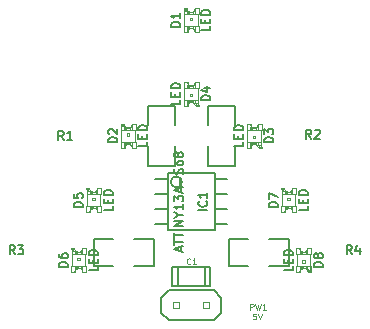
<source format=gto>
G04 #@! TF.FileFunction,Legend,Top*
%FSLAX46Y46*%
G04 Gerber Fmt 4.6, Leading zero omitted, Abs format (unit mm)*
G04 Created by KiCad (PCBNEW 4.0.1-stable) date 27/05/2016 22:17:39*
%MOMM*%
G01*
G04 APERTURE LIST*
%ADD10C,0.150000*%
%ADD11C,0.066040*%
%ADD12C,0.152400*%
%ADD13C,0.127000*%
%ADD14C,0.101600*%
%ADD15C,0.050800*%
%ADD16C,0.110000*%
%ADD17C,0.119380*%
%ADD18C,0.149860*%
G04 APERTURE END LIST*
D10*
D11*
X318008000Y-199453500D02*
X318008000Y-198945500D01*
X318008000Y-198945500D02*
X317500000Y-198945500D01*
X317500000Y-199453500D02*
X317500000Y-198945500D01*
X318008000Y-199453500D02*
X317500000Y-199453500D01*
X315468000Y-199453500D02*
X315468000Y-198945500D01*
X315468000Y-198945500D02*
X314960000Y-198945500D01*
X314960000Y-199453500D02*
X314960000Y-198945500D01*
X315468000Y-199453500D02*
X314960000Y-199453500D01*
D12*
X318389000Y-200469500D02*
X319024000Y-199834500D01*
X319024000Y-198564500D02*
X318389000Y-197929500D01*
X318389000Y-200469500D02*
X314579000Y-200469500D01*
X314579000Y-200469500D02*
X313944000Y-199834500D01*
X313944000Y-199834500D02*
X313944000Y-198564500D01*
X313944000Y-198564500D02*
X314579000Y-197929500D01*
X314579000Y-197929500D02*
X318389000Y-197929500D01*
X319024000Y-199834500D02*
X319024000Y-198564500D01*
D13*
X317881000Y-187388500D02*
X320167000Y-187388500D01*
X320167000Y-187388500D02*
X320167000Y-185737500D01*
X317881000Y-183959500D02*
X317881000Y-182308500D01*
X317881000Y-182308500D02*
X320167000Y-182308500D01*
X320167000Y-182308500D02*
X320167000Y-183959500D01*
X317881000Y-185737500D02*
X317881000Y-187388500D01*
X319659000Y-193611500D02*
X319659000Y-195897500D01*
X319659000Y-195897500D02*
X321310000Y-195897500D01*
X323088000Y-193611500D02*
X324739000Y-193611500D01*
X324739000Y-193611500D02*
X324739000Y-195897500D01*
X324739000Y-195897500D02*
X323088000Y-195897500D01*
X321310000Y-193611500D02*
X319659000Y-193611500D01*
X315087000Y-182308500D02*
X312801000Y-182308500D01*
X312801000Y-182308500D02*
X312801000Y-183959500D01*
X315087000Y-185737500D02*
X315087000Y-187388500D01*
X315087000Y-187388500D02*
X312801000Y-187388500D01*
X312801000Y-187388500D02*
X312801000Y-185737500D01*
X315087000Y-183959500D02*
X315087000Y-182308500D01*
X313309000Y-195897500D02*
X313309000Y-193611500D01*
X313309000Y-193611500D02*
X311658000Y-193611500D01*
X309880000Y-195897500D02*
X308229000Y-195897500D01*
X308229000Y-195897500D02*
X308229000Y-193611500D01*
X308229000Y-193611500D02*
X309880000Y-193611500D01*
X311658000Y-195897500D02*
X313309000Y-195897500D01*
X317627000Y-197599300D02*
X317627000Y-195973700D01*
X315341000Y-195973700D02*
X315341000Y-197599300D01*
X314883800Y-195973700D02*
X314883800Y-197599300D01*
X314883800Y-197599300D02*
X318084200Y-197599300D01*
X318084200Y-197599300D02*
X318084200Y-195973700D01*
X318084200Y-195973700D02*
X314883800Y-195973700D01*
D11*
X316783720Y-174571660D02*
X317108840Y-174571660D01*
X317108840Y-174571660D02*
X317108840Y-174071280D01*
X316783720Y-174071280D02*
X317108840Y-174071280D01*
X316783720Y-174571660D02*
X316783720Y-174071280D01*
X316161420Y-174571660D02*
X316311280Y-174571660D01*
X316311280Y-174571660D02*
X316311280Y-174320200D01*
X316161420Y-174320200D02*
X316311280Y-174320200D01*
X316161420Y-174571660D02*
X316161420Y-174320200D01*
X316656720Y-174571660D02*
X316806580Y-174571660D01*
X316806580Y-174571660D02*
X316806580Y-174320200D01*
X316656720Y-174320200D02*
X316806580Y-174320200D01*
X316656720Y-174571660D02*
X316656720Y-174320200D01*
X316285880Y-174571660D02*
X316682120Y-174571660D01*
X316682120Y-174571660D02*
X316682120Y-174396400D01*
X316285880Y-174396400D02*
X316682120Y-174396400D01*
X316285880Y-174571660D02*
X316285880Y-174396400D01*
X316783720Y-176067720D02*
X317108840Y-176067720D01*
X317108840Y-176067720D02*
X317108840Y-175567340D01*
X316783720Y-175567340D02*
X317108840Y-175567340D01*
X316783720Y-176067720D02*
X316783720Y-175567340D01*
X315859160Y-176067720D02*
X316184280Y-176067720D01*
X316184280Y-176067720D02*
X316184280Y-175567340D01*
X315859160Y-175567340D02*
X316184280Y-175567340D01*
X315859160Y-176067720D02*
X315859160Y-175567340D01*
X316656720Y-175818800D02*
X316806580Y-175818800D01*
X316806580Y-175818800D02*
X316806580Y-175567340D01*
X316656720Y-175567340D02*
X316806580Y-175567340D01*
X316656720Y-175818800D02*
X316656720Y-175567340D01*
X316161420Y-175818800D02*
X316311280Y-175818800D01*
X316311280Y-175818800D02*
X316311280Y-175567340D01*
X316161420Y-175567340D02*
X316311280Y-175567340D01*
X316161420Y-175818800D02*
X316161420Y-175567340D01*
X316285880Y-175742600D02*
X316682120Y-175742600D01*
X316682120Y-175742600D02*
X316682120Y-175567340D01*
X316285880Y-175567340D02*
X316682120Y-175567340D01*
X316285880Y-175742600D02*
X316285880Y-175567340D01*
X316384940Y-175069500D02*
X316583060Y-175069500D01*
X316583060Y-175069500D02*
X316583060Y-174871380D01*
X316384940Y-174871380D02*
X316583060Y-174871380D01*
X316384940Y-175069500D02*
X316384940Y-174871380D01*
X315884560Y-174571660D02*
X316184280Y-174571660D01*
X316184280Y-174571660D02*
X316184280Y-174271940D01*
X315884560Y-174271940D02*
X316184280Y-174271940D01*
X315884560Y-174571660D02*
X315884560Y-174271940D01*
X315859160Y-174144940D02*
X316085220Y-174144940D01*
X316085220Y-174144940D02*
X316085220Y-174071280D01*
X315859160Y-174071280D02*
X316085220Y-174071280D01*
X315859160Y-174144940D02*
X315859160Y-174071280D01*
D14*
X317058040Y-174546260D02*
X317058040Y-175592740D01*
X315909960Y-175567340D02*
X315909960Y-174144940D01*
D15*
X316106262Y-174221140D02*
G75*
G03X316106262Y-174221140I-71842J0D01*
G01*
D14*
X316136020Y-174071280D02*
G75*
G03X316831980Y-174071280I347980J0D01*
G01*
X316831980Y-176067720D02*
G75*
G03X316136020Y-176067720I-347980J0D01*
G01*
D11*
X311449720Y-184350660D02*
X311774840Y-184350660D01*
X311774840Y-184350660D02*
X311774840Y-183850280D01*
X311449720Y-183850280D02*
X311774840Y-183850280D01*
X311449720Y-184350660D02*
X311449720Y-183850280D01*
X310827420Y-184350660D02*
X310977280Y-184350660D01*
X310977280Y-184350660D02*
X310977280Y-184099200D01*
X310827420Y-184099200D02*
X310977280Y-184099200D01*
X310827420Y-184350660D02*
X310827420Y-184099200D01*
X311322720Y-184350660D02*
X311472580Y-184350660D01*
X311472580Y-184350660D02*
X311472580Y-184099200D01*
X311322720Y-184099200D02*
X311472580Y-184099200D01*
X311322720Y-184350660D02*
X311322720Y-184099200D01*
X310951880Y-184350660D02*
X311348120Y-184350660D01*
X311348120Y-184350660D02*
X311348120Y-184175400D01*
X310951880Y-184175400D02*
X311348120Y-184175400D01*
X310951880Y-184350660D02*
X310951880Y-184175400D01*
X311449720Y-185846720D02*
X311774840Y-185846720D01*
X311774840Y-185846720D02*
X311774840Y-185346340D01*
X311449720Y-185346340D02*
X311774840Y-185346340D01*
X311449720Y-185846720D02*
X311449720Y-185346340D01*
X310525160Y-185846720D02*
X310850280Y-185846720D01*
X310850280Y-185846720D02*
X310850280Y-185346340D01*
X310525160Y-185346340D02*
X310850280Y-185346340D01*
X310525160Y-185846720D02*
X310525160Y-185346340D01*
X311322720Y-185597800D02*
X311472580Y-185597800D01*
X311472580Y-185597800D02*
X311472580Y-185346340D01*
X311322720Y-185346340D02*
X311472580Y-185346340D01*
X311322720Y-185597800D02*
X311322720Y-185346340D01*
X310827420Y-185597800D02*
X310977280Y-185597800D01*
X310977280Y-185597800D02*
X310977280Y-185346340D01*
X310827420Y-185346340D02*
X310977280Y-185346340D01*
X310827420Y-185597800D02*
X310827420Y-185346340D01*
X310951880Y-185521600D02*
X311348120Y-185521600D01*
X311348120Y-185521600D02*
X311348120Y-185346340D01*
X310951880Y-185346340D02*
X311348120Y-185346340D01*
X310951880Y-185521600D02*
X310951880Y-185346340D01*
X311050940Y-184848500D02*
X311249060Y-184848500D01*
X311249060Y-184848500D02*
X311249060Y-184650380D01*
X311050940Y-184650380D02*
X311249060Y-184650380D01*
X311050940Y-184848500D02*
X311050940Y-184650380D01*
X310550560Y-184350660D02*
X310850280Y-184350660D01*
X310850280Y-184350660D02*
X310850280Y-184050940D01*
X310550560Y-184050940D02*
X310850280Y-184050940D01*
X310550560Y-184350660D02*
X310550560Y-184050940D01*
X310525160Y-183923940D02*
X310751220Y-183923940D01*
X310751220Y-183923940D02*
X310751220Y-183850280D01*
X310525160Y-183850280D02*
X310751220Y-183850280D01*
X310525160Y-183923940D02*
X310525160Y-183850280D01*
D14*
X311724040Y-184325260D02*
X311724040Y-185371740D01*
X310575960Y-185346340D02*
X310575960Y-183923940D01*
D15*
X310772262Y-184000140D02*
G75*
G03X310772262Y-184000140I-71842J0D01*
G01*
D14*
X310802020Y-183850280D02*
G75*
G03X311497980Y-183850280I347980J0D01*
G01*
X311497980Y-185846720D02*
G75*
G03X310802020Y-185846720I-347980J0D01*
G01*
D11*
X321518280Y-185346340D02*
X321193160Y-185346340D01*
X321193160Y-185346340D02*
X321193160Y-185846720D01*
X321518280Y-185846720D02*
X321193160Y-185846720D01*
X321518280Y-185346340D02*
X321518280Y-185846720D01*
X322140580Y-185346340D02*
X321990720Y-185346340D01*
X321990720Y-185346340D02*
X321990720Y-185597800D01*
X322140580Y-185597800D02*
X321990720Y-185597800D01*
X322140580Y-185346340D02*
X322140580Y-185597800D01*
X321645280Y-185346340D02*
X321495420Y-185346340D01*
X321495420Y-185346340D02*
X321495420Y-185597800D01*
X321645280Y-185597800D02*
X321495420Y-185597800D01*
X321645280Y-185346340D02*
X321645280Y-185597800D01*
X322016120Y-185346340D02*
X321619880Y-185346340D01*
X321619880Y-185346340D02*
X321619880Y-185521600D01*
X322016120Y-185521600D02*
X321619880Y-185521600D01*
X322016120Y-185346340D02*
X322016120Y-185521600D01*
X321518280Y-183850280D02*
X321193160Y-183850280D01*
X321193160Y-183850280D02*
X321193160Y-184350660D01*
X321518280Y-184350660D02*
X321193160Y-184350660D01*
X321518280Y-183850280D02*
X321518280Y-184350660D01*
X322442840Y-183850280D02*
X322117720Y-183850280D01*
X322117720Y-183850280D02*
X322117720Y-184350660D01*
X322442840Y-184350660D02*
X322117720Y-184350660D01*
X322442840Y-183850280D02*
X322442840Y-184350660D01*
X321645280Y-184099200D02*
X321495420Y-184099200D01*
X321495420Y-184099200D02*
X321495420Y-184350660D01*
X321645280Y-184350660D02*
X321495420Y-184350660D01*
X321645280Y-184099200D02*
X321645280Y-184350660D01*
X322140580Y-184099200D02*
X321990720Y-184099200D01*
X321990720Y-184099200D02*
X321990720Y-184350660D01*
X322140580Y-184350660D02*
X321990720Y-184350660D01*
X322140580Y-184099200D02*
X322140580Y-184350660D01*
X322016120Y-184175400D02*
X321619880Y-184175400D01*
X321619880Y-184175400D02*
X321619880Y-184350660D01*
X322016120Y-184350660D02*
X321619880Y-184350660D01*
X322016120Y-184175400D02*
X322016120Y-184350660D01*
X321917060Y-184848500D02*
X321718940Y-184848500D01*
X321718940Y-184848500D02*
X321718940Y-185046620D01*
X321917060Y-185046620D02*
X321718940Y-185046620D01*
X321917060Y-184848500D02*
X321917060Y-185046620D01*
X322417440Y-185346340D02*
X322117720Y-185346340D01*
X322117720Y-185346340D02*
X322117720Y-185646060D01*
X322417440Y-185646060D02*
X322117720Y-185646060D01*
X322417440Y-185346340D02*
X322417440Y-185646060D01*
X322442840Y-185773060D02*
X322216780Y-185773060D01*
X322216780Y-185773060D02*
X322216780Y-185846720D01*
X322442840Y-185846720D02*
X322216780Y-185846720D01*
X322442840Y-185773060D02*
X322442840Y-185846720D01*
D14*
X321243960Y-185371740D02*
X321243960Y-184325260D01*
X322392040Y-184350660D02*
X322392040Y-185773060D01*
D15*
X322339422Y-185696860D02*
G75*
G03X322339422Y-185696860I-71842J0D01*
G01*
D14*
X322165980Y-185846720D02*
G75*
G03X321470020Y-185846720I-347980J0D01*
G01*
X321470020Y-183850280D02*
G75*
G03X322165980Y-183850280I347980J0D01*
G01*
D11*
X316184280Y-181790340D02*
X315859160Y-181790340D01*
X315859160Y-181790340D02*
X315859160Y-182290720D01*
X316184280Y-182290720D02*
X315859160Y-182290720D01*
X316184280Y-181790340D02*
X316184280Y-182290720D01*
X316806580Y-181790340D02*
X316656720Y-181790340D01*
X316656720Y-181790340D02*
X316656720Y-182041800D01*
X316806580Y-182041800D02*
X316656720Y-182041800D01*
X316806580Y-181790340D02*
X316806580Y-182041800D01*
X316311280Y-181790340D02*
X316161420Y-181790340D01*
X316161420Y-181790340D02*
X316161420Y-182041800D01*
X316311280Y-182041800D02*
X316161420Y-182041800D01*
X316311280Y-181790340D02*
X316311280Y-182041800D01*
X316682120Y-181790340D02*
X316285880Y-181790340D01*
X316285880Y-181790340D02*
X316285880Y-181965600D01*
X316682120Y-181965600D02*
X316285880Y-181965600D01*
X316682120Y-181790340D02*
X316682120Y-181965600D01*
X316184280Y-180294280D02*
X315859160Y-180294280D01*
X315859160Y-180294280D02*
X315859160Y-180794660D01*
X316184280Y-180794660D02*
X315859160Y-180794660D01*
X316184280Y-180294280D02*
X316184280Y-180794660D01*
X317108840Y-180294280D02*
X316783720Y-180294280D01*
X316783720Y-180294280D02*
X316783720Y-180794660D01*
X317108840Y-180794660D02*
X316783720Y-180794660D01*
X317108840Y-180294280D02*
X317108840Y-180794660D01*
X316311280Y-180543200D02*
X316161420Y-180543200D01*
X316161420Y-180543200D02*
X316161420Y-180794660D01*
X316311280Y-180794660D02*
X316161420Y-180794660D01*
X316311280Y-180543200D02*
X316311280Y-180794660D01*
X316806580Y-180543200D02*
X316656720Y-180543200D01*
X316656720Y-180543200D02*
X316656720Y-180794660D01*
X316806580Y-180794660D02*
X316656720Y-180794660D01*
X316806580Y-180543200D02*
X316806580Y-180794660D01*
X316682120Y-180619400D02*
X316285880Y-180619400D01*
X316285880Y-180619400D02*
X316285880Y-180794660D01*
X316682120Y-180794660D02*
X316285880Y-180794660D01*
X316682120Y-180619400D02*
X316682120Y-180794660D01*
X316583060Y-181292500D02*
X316384940Y-181292500D01*
X316384940Y-181292500D02*
X316384940Y-181490620D01*
X316583060Y-181490620D02*
X316384940Y-181490620D01*
X316583060Y-181292500D02*
X316583060Y-181490620D01*
X317083440Y-181790340D02*
X316783720Y-181790340D01*
X316783720Y-181790340D02*
X316783720Y-182090060D01*
X317083440Y-182090060D02*
X316783720Y-182090060D01*
X317083440Y-181790340D02*
X317083440Y-182090060D01*
X317108840Y-182217060D02*
X316882780Y-182217060D01*
X316882780Y-182217060D02*
X316882780Y-182290720D01*
X317108840Y-182290720D02*
X316882780Y-182290720D01*
X317108840Y-182217060D02*
X317108840Y-182290720D01*
D14*
X315909960Y-181815740D02*
X315909960Y-180769260D01*
X317058040Y-180794660D02*
X317058040Y-182217060D01*
D15*
X317005422Y-182140860D02*
G75*
G03X317005422Y-182140860I-71842J0D01*
G01*
D14*
X316831980Y-182290720D02*
G75*
G03X316136020Y-182290720I-347980J0D01*
G01*
X316136020Y-180294280D02*
G75*
G03X316831980Y-180294280I347980J0D01*
G01*
D11*
X308528720Y-189811660D02*
X308853840Y-189811660D01*
X308853840Y-189811660D02*
X308853840Y-189311280D01*
X308528720Y-189311280D02*
X308853840Y-189311280D01*
X308528720Y-189811660D02*
X308528720Y-189311280D01*
X307906420Y-189811660D02*
X308056280Y-189811660D01*
X308056280Y-189811660D02*
X308056280Y-189560200D01*
X307906420Y-189560200D02*
X308056280Y-189560200D01*
X307906420Y-189811660D02*
X307906420Y-189560200D01*
X308401720Y-189811660D02*
X308551580Y-189811660D01*
X308551580Y-189811660D02*
X308551580Y-189560200D01*
X308401720Y-189560200D02*
X308551580Y-189560200D01*
X308401720Y-189811660D02*
X308401720Y-189560200D01*
X308030880Y-189811660D02*
X308427120Y-189811660D01*
X308427120Y-189811660D02*
X308427120Y-189636400D01*
X308030880Y-189636400D02*
X308427120Y-189636400D01*
X308030880Y-189811660D02*
X308030880Y-189636400D01*
X308528720Y-191307720D02*
X308853840Y-191307720D01*
X308853840Y-191307720D02*
X308853840Y-190807340D01*
X308528720Y-190807340D02*
X308853840Y-190807340D01*
X308528720Y-191307720D02*
X308528720Y-190807340D01*
X307604160Y-191307720D02*
X307929280Y-191307720D01*
X307929280Y-191307720D02*
X307929280Y-190807340D01*
X307604160Y-190807340D02*
X307929280Y-190807340D01*
X307604160Y-191307720D02*
X307604160Y-190807340D01*
X308401720Y-191058800D02*
X308551580Y-191058800D01*
X308551580Y-191058800D02*
X308551580Y-190807340D01*
X308401720Y-190807340D02*
X308551580Y-190807340D01*
X308401720Y-191058800D02*
X308401720Y-190807340D01*
X307906420Y-191058800D02*
X308056280Y-191058800D01*
X308056280Y-191058800D02*
X308056280Y-190807340D01*
X307906420Y-190807340D02*
X308056280Y-190807340D01*
X307906420Y-191058800D02*
X307906420Y-190807340D01*
X308030880Y-190982600D02*
X308427120Y-190982600D01*
X308427120Y-190982600D02*
X308427120Y-190807340D01*
X308030880Y-190807340D02*
X308427120Y-190807340D01*
X308030880Y-190982600D02*
X308030880Y-190807340D01*
X308129940Y-190309500D02*
X308328060Y-190309500D01*
X308328060Y-190309500D02*
X308328060Y-190111380D01*
X308129940Y-190111380D02*
X308328060Y-190111380D01*
X308129940Y-190309500D02*
X308129940Y-190111380D01*
X307629560Y-189811660D02*
X307929280Y-189811660D01*
X307929280Y-189811660D02*
X307929280Y-189511940D01*
X307629560Y-189511940D02*
X307929280Y-189511940D01*
X307629560Y-189811660D02*
X307629560Y-189511940D01*
X307604160Y-189384940D02*
X307830220Y-189384940D01*
X307830220Y-189384940D02*
X307830220Y-189311280D01*
X307604160Y-189311280D02*
X307830220Y-189311280D01*
X307604160Y-189384940D02*
X307604160Y-189311280D01*
D14*
X308803040Y-189786260D02*
X308803040Y-190832740D01*
X307654960Y-190807340D02*
X307654960Y-189384940D01*
D15*
X307851262Y-189461140D02*
G75*
G03X307851262Y-189461140I-71842J0D01*
G01*
D14*
X307881020Y-189311280D02*
G75*
G03X308576980Y-189311280I347980J0D01*
G01*
X308576980Y-191307720D02*
G75*
G03X307881020Y-191307720I-347980J0D01*
G01*
D11*
X307258720Y-194891660D02*
X307583840Y-194891660D01*
X307583840Y-194891660D02*
X307583840Y-194391280D01*
X307258720Y-194391280D02*
X307583840Y-194391280D01*
X307258720Y-194891660D02*
X307258720Y-194391280D01*
X306636420Y-194891660D02*
X306786280Y-194891660D01*
X306786280Y-194891660D02*
X306786280Y-194640200D01*
X306636420Y-194640200D02*
X306786280Y-194640200D01*
X306636420Y-194891660D02*
X306636420Y-194640200D01*
X307131720Y-194891660D02*
X307281580Y-194891660D01*
X307281580Y-194891660D02*
X307281580Y-194640200D01*
X307131720Y-194640200D02*
X307281580Y-194640200D01*
X307131720Y-194891660D02*
X307131720Y-194640200D01*
X306760880Y-194891660D02*
X307157120Y-194891660D01*
X307157120Y-194891660D02*
X307157120Y-194716400D01*
X306760880Y-194716400D02*
X307157120Y-194716400D01*
X306760880Y-194891660D02*
X306760880Y-194716400D01*
X307258720Y-196387720D02*
X307583840Y-196387720D01*
X307583840Y-196387720D02*
X307583840Y-195887340D01*
X307258720Y-195887340D02*
X307583840Y-195887340D01*
X307258720Y-196387720D02*
X307258720Y-195887340D01*
X306334160Y-196387720D02*
X306659280Y-196387720D01*
X306659280Y-196387720D02*
X306659280Y-195887340D01*
X306334160Y-195887340D02*
X306659280Y-195887340D01*
X306334160Y-196387720D02*
X306334160Y-195887340D01*
X307131720Y-196138800D02*
X307281580Y-196138800D01*
X307281580Y-196138800D02*
X307281580Y-195887340D01*
X307131720Y-195887340D02*
X307281580Y-195887340D01*
X307131720Y-196138800D02*
X307131720Y-195887340D01*
X306636420Y-196138800D02*
X306786280Y-196138800D01*
X306786280Y-196138800D02*
X306786280Y-195887340D01*
X306636420Y-195887340D02*
X306786280Y-195887340D01*
X306636420Y-196138800D02*
X306636420Y-195887340D01*
X306760880Y-196062600D02*
X307157120Y-196062600D01*
X307157120Y-196062600D02*
X307157120Y-195887340D01*
X306760880Y-195887340D02*
X307157120Y-195887340D01*
X306760880Y-196062600D02*
X306760880Y-195887340D01*
X306859940Y-195389500D02*
X307058060Y-195389500D01*
X307058060Y-195389500D02*
X307058060Y-195191380D01*
X306859940Y-195191380D02*
X307058060Y-195191380D01*
X306859940Y-195389500D02*
X306859940Y-195191380D01*
X306359560Y-194891660D02*
X306659280Y-194891660D01*
X306659280Y-194891660D02*
X306659280Y-194591940D01*
X306359560Y-194591940D02*
X306659280Y-194591940D01*
X306359560Y-194891660D02*
X306359560Y-194591940D01*
X306334160Y-194464940D02*
X306560220Y-194464940D01*
X306560220Y-194464940D02*
X306560220Y-194391280D01*
X306334160Y-194391280D02*
X306560220Y-194391280D01*
X306334160Y-194464940D02*
X306334160Y-194391280D01*
D14*
X307533040Y-194866260D02*
X307533040Y-195912740D01*
X306384960Y-195887340D02*
X306384960Y-194464940D01*
D15*
X306581262Y-194541140D02*
G75*
G03X306581262Y-194541140I-71842J0D01*
G01*
D14*
X306611020Y-194391280D02*
G75*
G03X307306980Y-194391280I347980J0D01*
G01*
X307306980Y-196387720D02*
G75*
G03X306611020Y-196387720I-347980J0D01*
G01*
D11*
X325038720Y-189811660D02*
X325363840Y-189811660D01*
X325363840Y-189811660D02*
X325363840Y-189311280D01*
X325038720Y-189311280D02*
X325363840Y-189311280D01*
X325038720Y-189811660D02*
X325038720Y-189311280D01*
X324416420Y-189811660D02*
X324566280Y-189811660D01*
X324566280Y-189811660D02*
X324566280Y-189560200D01*
X324416420Y-189560200D02*
X324566280Y-189560200D01*
X324416420Y-189811660D02*
X324416420Y-189560200D01*
X324911720Y-189811660D02*
X325061580Y-189811660D01*
X325061580Y-189811660D02*
X325061580Y-189560200D01*
X324911720Y-189560200D02*
X325061580Y-189560200D01*
X324911720Y-189811660D02*
X324911720Y-189560200D01*
X324540880Y-189811660D02*
X324937120Y-189811660D01*
X324937120Y-189811660D02*
X324937120Y-189636400D01*
X324540880Y-189636400D02*
X324937120Y-189636400D01*
X324540880Y-189811660D02*
X324540880Y-189636400D01*
X325038720Y-191307720D02*
X325363840Y-191307720D01*
X325363840Y-191307720D02*
X325363840Y-190807340D01*
X325038720Y-190807340D02*
X325363840Y-190807340D01*
X325038720Y-191307720D02*
X325038720Y-190807340D01*
X324114160Y-191307720D02*
X324439280Y-191307720D01*
X324439280Y-191307720D02*
X324439280Y-190807340D01*
X324114160Y-190807340D02*
X324439280Y-190807340D01*
X324114160Y-191307720D02*
X324114160Y-190807340D01*
X324911720Y-191058800D02*
X325061580Y-191058800D01*
X325061580Y-191058800D02*
X325061580Y-190807340D01*
X324911720Y-190807340D02*
X325061580Y-190807340D01*
X324911720Y-191058800D02*
X324911720Y-190807340D01*
X324416420Y-191058800D02*
X324566280Y-191058800D01*
X324566280Y-191058800D02*
X324566280Y-190807340D01*
X324416420Y-190807340D02*
X324566280Y-190807340D01*
X324416420Y-191058800D02*
X324416420Y-190807340D01*
X324540880Y-190982600D02*
X324937120Y-190982600D01*
X324937120Y-190982600D02*
X324937120Y-190807340D01*
X324540880Y-190807340D02*
X324937120Y-190807340D01*
X324540880Y-190982600D02*
X324540880Y-190807340D01*
X324639940Y-190309500D02*
X324838060Y-190309500D01*
X324838060Y-190309500D02*
X324838060Y-190111380D01*
X324639940Y-190111380D02*
X324838060Y-190111380D01*
X324639940Y-190309500D02*
X324639940Y-190111380D01*
X324139560Y-189811660D02*
X324439280Y-189811660D01*
X324439280Y-189811660D02*
X324439280Y-189511940D01*
X324139560Y-189511940D02*
X324439280Y-189511940D01*
X324139560Y-189811660D02*
X324139560Y-189511940D01*
X324114160Y-189384940D02*
X324340220Y-189384940D01*
X324340220Y-189384940D02*
X324340220Y-189311280D01*
X324114160Y-189311280D02*
X324340220Y-189311280D01*
X324114160Y-189384940D02*
X324114160Y-189311280D01*
D14*
X325313040Y-189786260D02*
X325313040Y-190832740D01*
X324164960Y-190807340D02*
X324164960Y-189384940D01*
D15*
X324361262Y-189461140D02*
G75*
G03X324361262Y-189461140I-71842J0D01*
G01*
D14*
X324391020Y-189311280D02*
G75*
G03X325086980Y-189311280I347980J0D01*
G01*
X325086980Y-191307720D02*
G75*
G03X324391020Y-191307720I-347980J0D01*
G01*
D11*
X325709280Y-195887340D02*
X325384160Y-195887340D01*
X325384160Y-195887340D02*
X325384160Y-196387720D01*
X325709280Y-196387720D02*
X325384160Y-196387720D01*
X325709280Y-195887340D02*
X325709280Y-196387720D01*
X326331580Y-195887340D02*
X326181720Y-195887340D01*
X326181720Y-195887340D02*
X326181720Y-196138800D01*
X326331580Y-196138800D02*
X326181720Y-196138800D01*
X326331580Y-195887340D02*
X326331580Y-196138800D01*
X325836280Y-195887340D02*
X325686420Y-195887340D01*
X325686420Y-195887340D02*
X325686420Y-196138800D01*
X325836280Y-196138800D02*
X325686420Y-196138800D01*
X325836280Y-195887340D02*
X325836280Y-196138800D01*
X326207120Y-195887340D02*
X325810880Y-195887340D01*
X325810880Y-195887340D02*
X325810880Y-196062600D01*
X326207120Y-196062600D02*
X325810880Y-196062600D01*
X326207120Y-195887340D02*
X326207120Y-196062600D01*
X325709280Y-194391280D02*
X325384160Y-194391280D01*
X325384160Y-194391280D02*
X325384160Y-194891660D01*
X325709280Y-194891660D02*
X325384160Y-194891660D01*
X325709280Y-194391280D02*
X325709280Y-194891660D01*
X326633840Y-194391280D02*
X326308720Y-194391280D01*
X326308720Y-194391280D02*
X326308720Y-194891660D01*
X326633840Y-194891660D02*
X326308720Y-194891660D01*
X326633840Y-194391280D02*
X326633840Y-194891660D01*
X325836280Y-194640200D02*
X325686420Y-194640200D01*
X325686420Y-194640200D02*
X325686420Y-194891660D01*
X325836280Y-194891660D02*
X325686420Y-194891660D01*
X325836280Y-194640200D02*
X325836280Y-194891660D01*
X326331580Y-194640200D02*
X326181720Y-194640200D01*
X326181720Y-194640200D02*
X326181720Y-194891660D01*
X326331580Y-194891660D02*
X326181720Y-194891660D01*
X326331580Y-194640200D02*
X326331580Y-194891660D01*
X326207120Y-194716400D02*
X325810880Y-194716400D01*
X325810880Y-194716400D02*
X325810880Y-194891660D01*
X326207120Y-194891660D02*
X325810880Y-194891660D01*
X326207120Y-194716400D02*
X326207120Y-194891660D01*
X326108060Y-195389500D02*
X325909940Y-195389500D01*
X325909940Y-195389500D02*
X325909940Y-195587620D01*
X326108060Y-195587620D02*
X325909940Y-195587620D01*
X326108060Y-195389500D02*
X326108060Y-195587620D01*
X326608440Y-195887340D02*
X326308720Y-195887340D01*
X326308720Y-195887340D02*
X326308720Y-196187060D01*
X326608440Y-196187060D02*
X326308720Y-196187060D01*
X326608440Y-195887340D02*
X326608440Y-196187060D01*
X326633840Y-196314060D02*
X326407780Y-196314060D01*
X326407780Y-196314060D02*
X326407780Y-196387720D01*
X326633840Y-196387720D02*
X326407780Y-196387720D01*
X326633840Y-196314060D02*
X326633840Y-196387720D01*
D14*
X325434960Y-195912740D02*
X325434960Y-194866260D01*
X326583040Y-194891660D02*
X326583040Y-196314060D01*
D15*
X326530422Y-196237860D02*
G75*
G03X326530422Y-196237860I-71842J0D01*
G01*
D14*
X326356980Y-196387720D02*
G75*
G03X325661020Y-196387720I-347980J0D01*
G01*
X325661020Y-194391280D02*
G75*
G03X326356980Y-194391280I347980J0D01*
G01*
D13*
X318465200Y-188023500D02*
X314502800Y-188023500D01*
X314502800Y-188023500D02*
X314502800Y-192849500D01*
X314502800Y-192849500D02*
X318465200Y-192849500D01*
X318465200Y-192849500D02*
X318465200Y-188023500D01*
X318465200Y-188531500D02*
X319557400Y-188531500D01*
X318465200Y-189801500D02*
X319557400Y-189801500D01*
X318465200Y-191071500D02*
X319557400Y-191071500D01*
X319557400Y-192341500D02*
X318465200Y-192341500D01*
X314502800Y-192341500D02*
X313410600Y-192341500D01*
X313410600Y-191071500D02*
X314502800Y-191071500D01*
X313410600Y-189801500D02*
X314502800Y-189801500D01*
X313410600Y-188531500D02*
X314502800Y-188531500D01*
X315711867Y-188760100D02*
G75*
G03X315711867Y-188760100I-472467J0D01*
G01*
D16*
X321480739Y-199565390D02*
X321480739Y-199065390D01*
X321671215Y-199065390D01*
X321718834Y-199089200D01*
X321742643Y-199113010D01*
X321766453Y-199160629D01*
X321766453Y-199232057D01*
X321742643Y-199279676D01*
X321718834Y-199303486D01*
X321671215Y-199327295D01*
X321480739Y-199327295D01*
X321933120Y-199065390D02*
X322052167Y-199565390D01*
X322147405Y-199208248D01*
X322242643Y-199565390D01*
X322361691Y-199065390D01*
X322814072Y-199565390D02*
X322528358Y-199565390D01*
X322671215Y-199565390D02*
X322671215Y-199065390D01*
X322623596Y-199136819D01*
X322575977Y-199184438D01*
X322528358Y-199208248D01*
X321964063Y-199903590D02*
X321725968Y-199903590D01*
X321702158Y-200141686D01*
X321725968Y-200117876D01*
X321773587Y-200094067D01*
X321892634Y-200094067D01*
X321940253Y-200117876D01*
X321964063Y-200141686D01*
X321987872Y-200189305D01*
X321987872Y-200308352D01*
X321964063Y-200355971D01*
X321940253Y-200379781D01*
X321892634Y-200403590D01*
X321773587Y-200403590D01*
X321725968Y-200379781D01*
X321702158Y-200355971D01*
X322130729Y-199903590D02*
X322297396Y-200403590D01*
X322464062Y-199903590D01*
D13*
X326669400Y-185091614D02*
X326415400Y-184728757D01*
X326233972Y-185091614D02*
X326233972Y-184329614D01*
X326524257Y-184329614D01*
X326596829Y-184365900D01*
X326633114Y-184402186D01*
X326669400Y-184474757D01*
X326669400Y-184583614D01*
X326633114Y-184656186D01*
X326596829Y-184692471D01*
X326524257Y-184728757D01*
X326233972Y-184728757D01*
X326959686Y-184402186D02*
X326995972Y-184365900D01*
X327068543Y-184329614D01*
X327249972Y-184329614D01*
X327322543Y-184365900D01*
X327358829Y-184402186D01*
X327395114Y-184474757D01*
X327395114Y-184547329D01*
X327358829Y-184656186D01*
X326923400Y-185091614D01*
X327395114Y-185091614D01*
X330098400Y-194896014D02*
X329844400Y-194533157D01*
X329662972Y-194896014D02*
X329662972Y-194134014D01*
X329953257Y-194134014D01*
X330025829Y-194170300D01*
X330062114Y-194206586D01*
X330098400Y-194279157D01*
X330098400Y-194388014D01*
X330062114Y-194460586D01*
X330025829Y-194496871D01*
X329953257Y-194533157D01*
X329662972Y-194533157D01*
X330751543Y-194388014D02*
X330751543Y-194896014D01*
X330570114Y-194097729D02*
X330388686Y-194642014D01*
X330860400Y-194642014D01*
X305689000Y-185193214D02*
X305435000Y-184830357D01*
X305253572Y-185193214D02*
X305253572Y-184431214D01*
X305543857Y-184431214D01*
X305616429Y-184467500D01*
X305652714Y-184503786D01*
X305689000Y-184576357D01*
X305689000Y-184685214D01*
X305652714Y-184757786D01*
X305616429Y-184794071D01*
X305543857Y-184830357D01*
X305253572Y-184830357D01*
X306414714Y-185193214D02*
X305979286Y-185193214D01*
X306197000Y-185193214D02*
X306197000Y-184431214D01*
X306124429Y-184540071D01*
X306051857Y-184612643D01*
X305979286Y-184648929D01*
X301548800Y-194896014D02*
X301294800Y-194533157D01*
X301113372Y-194896014D02*
X301113372Y-194134014D01*
X301403657Y-194134014D01*
X301476229Y-194170300D01*
X301512514Y-194206586D01*
X301548800Y-194279157D01*
X301548800Y-194388014D01*
X301512514Y-194460586D01*
X301476229Y-194496871D01*
X301403657Y-194533157D01*
X301113372Y-194533157D01*
X301802800Y-194134014D02*
X302274514Y-194134014D01*
X302020514Y-194424300D01*
X302129372Y-194424300D01*
X302201943Y-194460586D01*
X302238229Y-194496871D01*
X302274514Y-194569443D01*
X302274514Y-194750871D01*
X302238229Y-194823443D01*
X302201943Y-194859729D01*
X302129372Y-194896014D01*
X301911657Y-194896014D01*
X301839086Y-194859729D01*
X301802800Y-194823443D01*
D17*
X316426004Y-195669807D02*
X316402176Y-195693635D01*
X316330693Y-195717462D01*
X316283038Y-195717462D01*
X316211555Y-195693635D01*
X316163900Y-195645980D01*
X316140072Y-195598324D01*
X316116244Y-195503014D01*
X316116244Y-195431531D01*
X316140072Y-195336220D01*
X316163900Y-195288565D01*
X316211555Y-195240910D01*
X316283038Y-195217082D01*
X316330693Y-195217082D01*
X316402176Y-195240910D01*
X316426004Y-195264738D01*
X316902556Y-195717462D02*
X316616624Y-195717462D01*
X316759590Y-195717462D02*
X316759590Y-195217082D01*
X316711935Y-195288565D01*
X316664280Y-195336220D01*
X316616624Y-195360048D01*
D13*
X315558714Y-175631928D02*
X314796714Y-175631928D01*
X314796714Y-175450500D01*
X314833000Y-175341643D01*
X314905571Y-175269071D01*
X314978143Y-175232786D01*
X315123286Y-175196500D01*
X315232143Y-175196500D01*
X315377286Y-175232786D01*
X315449857Y-175269071D01*
X315522429Y-175341643D01*
X315558714Y-175450500D01*
X315558714Y-175631928D01*
X315558714Y-174470786D02*
X315558714Y-174906214D01*
X315558714Y-174688500D02*
X314796714Y-174688500D01*
X314905571Y-174761071D01*
X314978143Y-174833643D01*
X315014429Y-174906214D01*
X318098714Y-175559357D02*
X318098714Y-175922214D01*
X317336714Y-175922214D01*
X317699571Y-175305357D02*
X317699571Y-175051357D01*
X318098714Y-174942500D02*
X318098714Y-175305357D01*
X317336714Y-175305357D01*
X317336714Y-174942500D01*
X318098714Y-174615928D02*
X317336714Y-174615928D01*
X317336714Y-174434500D01*
X317373000Y-174325643D01*
X317445571Y-174253071D01*
X317518143Y-174216786D01*
X317663286Y-174180500D01*
X317772143Y-174180500D01*
X317917286Y-174216786D01*
X317989857Y-174253071D01*
X318062429Y-174325643D01*
X318098714Y-174434500D01*
X318098714Y-174615928D01*
X310224714Y-185410928D02*
X309462714Y-185410928D01*
X309462714Y-185229500D01*
X309499000Y-185120643D01*
X309571571Y-185048071D01*
X309644143Y-185011786D01*
X309789286Y-184975500D01*
X309898143Y-184975500D01*
X310043286Y-185011786D01*
X310115857Y-185048071D01*
X310188429Y-185120643D01*
X310224714Y-185229500D01*
X310224714Y-185410928D01*
X309535286Y-184685214D02*
X309499000Y-184648928D01*
X309462714Y-184576357D01*
X309462714Y-184394928D01*
X309499000Y-184322357D01*
X309535286Y-184286071D01*
X309607857Y-184249786D01*
X309680429Y-184249786D01*
X309789286Y-184286071D01*
X310224714Y-184721500D01*
X310224714Y-184249786D01*
X312764714Y-185338357D02*
X312764714Y-185701214D01*
X312002714Y-185701214D01*
X312365571Y-185084357D02*
X312365571Y-184830357D01*
X312764714Y-184721500D02*
X312764714Y-185084357D01*
X312002714Y-185084357D01*
X312002714Y-184721500D01*
X312764714Y-184394928D02*
X312002714Y-184394928D01*
X312002714Y-184213500D01*
X312039000Y-184104643D01*
X312111571Y-184032071D01*
X312184143Y-183995786D01*
X312329286Y-183959500D01*
X312438143Y-183959500D01*
X312583286Y-183995786D01*
X312655857Y-184032071D01*
X312728429Y-184104643D01*
X312764714Y-184213500D01*
X312764714Y-184394928D01*
X323432714Y-185410928D02*
X322670714Y-185410928D01*
X322670714Y-185229500D01*
X322707000Y-185120643D01*
X322779571Y-185048071D01*
X322852143Y-185011786D01*
X322997286Y-184975500D01*
X323106143Y-184975500D01*
X323251286Y-185011786D01*
X323323857Y-185048071D01*
X323396429Y-185120643D01*
X323432714Y-185229500D01*
X323432714Y-185410928D01*
X322670714Y-184721500D02*
X322670714Y-184249786D01*
X322961000Y-184503786D01*
X322961000Y-184394928D01*
X322997286Y-184322357D01*
X323033571Y-184286071D01*
X323106143Y-184249786D01*
X323287571Y-184249786D01*
X323360143Y-184286071D01*
X323396429Y-184322357D01*
X323432714Y-184394928D01*
X323432714Y-184612643D01*
X323396429Y-184685214D01*
X323360143Y-184721500D01*
X320892714Y-185338357D02*
X320892714Y-185701214D01*
X320130714Y-185701214D01*
X320493571Y-185084357D02*
X320493571Y-184830357D01*
X320892714Y-184721500D02*
X320892714Y-185084357D01*
X320130714Y-185084357D01*
X320130714Y-184721500D01*
X320892714Y-184394928D02*
X320130714Y-184394928D01*
X320130714Y-184213500D01*
X320167000Y-184104643D01*
X320239571Y-184032071D01*
X320312143Y-183995786D01*
X320457286Y-183959500D01*
X320566143Y-183959500D01*
X320711286Y-183995786D01*
X320783857Y-184032071D01*
X320856429Y-184104643D01*
X320892714Y-184213500D01*
X320892714Y-184394928D01*
X318098714Y-181854928D02*
X317336714Y-181854928D01*
X317336714Y-181673500D01*
X317373000Y-181564643D01*
X317445571Y-181492071D01*
X317518143Y-181455786D01*
X317663286Y-181419500D01*
X317772143Y-181419500D01*
X317917286Y-181455786D01*
X317989857Y-181492071D01*
X318062429Y-181564643D01*
X318098714Y-181673500D01*
X318098714Y-181854928D01*
X317590714Y-180766357D02*
X318098714Y-180766357D01*
X317300429Y-180947786D02*
X317844714Y-181129214D01*
X317844714Y-180657500D01*
X315558714Y-181782357D02*
X315558714Y-182145214D01*
X314796714Y-182145214D01*
X315159571Y-181528357D02*
X315159571Y-181274357D01*
X315558714Y-181165500D02*
X315558714Y-181528357D01*
X314796714Y-181528357D01*
X314796714Y-181165500D01*
X315558714Y-180838928D02*
X314796714Y-180838928D01*
X314796714Y-180657500D01*
X314833000Y-180548643D01*
X314905571Y-180476071D01*
X314978143Y-180439786D01*
X315123286Y-180403500D01*
X315232143Y-180403500D01*
X315377286Y-180439786D01*
X315449857Y-180476071D01*
X315522429Y-180548643D01*
X315558714Y-180657500D01*
X315558714Y-180838928D01*
X307303714Y-190871928D02*
X306541714Y-190871928D01*
X306541714Y-190690500D01*
X306578000Y-190581643D01*
X306650571Y-190509071D01*
X306723143Y-190472786D01*
X306868286Y-190436500D01*
X306977143Y-190436500D01*
X307122286Y-190472786D01*
X307194857Y-190509071D01*
X307267429Y-190581643D01*
X307303714Y-190690500D01*
X307303714Y-190871928D01*
X306541714Y-189747071D02*
X306541714Y-190109928D01*
X306904571Y-190146214D01*
X306868286Y-190109928D01*
X306832000Y-190037357D01*
X306832000Y-189855928D01*
X306868286Y-189783357D01*
X306904571Y-189747071D01*
X306977143Y-189710786D01*
X307158571Y-189710786D01*
X307231143Y-189747071D01*
X307267429Y-189783357D01*
X307303714Y-189855928D01*
X307303714Y-190037357D01*
X307267429Y-190109928D01*
X307231143Y-190146214D01*
X309843714Y-190799357D02*
X309843714Y-191162214D01*
X309081714Y-191162214D01*
X309444571Y-190545357D02*
X309444571Y-190291357D01*
X309843714Y-190182500D02*
X309843714Y-190545357D01*
X309081714Y-190545357D01*
X309081714Y-190182500D01*
X309843714Y-189855928D02*
X309081714Y-189855928D01*
X309081714Y-189674500D01*
X309118000Y-189565643D01*
X309190571Y-189493071D01*
X309263143Y-189456786D01*
X309408286Y-189420500D01*
X309517143Y-189420500D01*
X309662286Y-189456786D01*
X309734857Y-189493071D01*
X309807429Y-189565643D01*
X309843714Y-189674500D01*
X309843714Y-189855928D01*
X306033714Y-195951928D02*
X305271714Y-195951928D01*
X305271714Y-195770500D01*
X305308000Y-195661643D01*
X305380571Y-195589071D01*
X305453143Y-195552786D01*
X305598286Y-195516500D01*
X305707143Y-195516500D01*
X305852286Y-195552786D01*
X305924857Y-195589071D01*
X305997429Y-195661643D01*
X306033714Y-195770500D01*
X306033714Y-195951928D01*
X305271714Y-194863357D02*
X305271714Y-195008500D01*
X305308000Y-195081071D01*
X305344286Y-195117357D01*
X305453143Y-195189928D01*
X305598286Y-195226214D01*
X305888571Y-195226214D01*
X305961143Y-195189928D01*
X305997429Y-195153643D01*
X306033714Y-195081071D01*
X306033714Y-194935928D01*
X305997429Y-194863357D01*
X305961143Y-194827071D01*
X305888571Y-194790786D01*
X305707143Y-194790786D01*
X305634571Y-194827071D01*
X305598286Y-194863357D01*
X305562000Y-194935928D01*
X305562000Y-195081071D01*
X305598286Y-195153643D01*
X305634571Y-195189928D01*
X305707143Y-195226214D01*
X308573714Y-195879357D02*
X308573714Y-196242214D01*
X307811714Y-196242214D01*
X308174571Y-195625357D02*
X308174571Y-195371357D01*
X308573714Y-195262500D02*
X308573714Y-195625357D01*
X307811714Y-195625357D01*
X307811714Y-195262500D01*
X308573714Y-194935928D02*
X307811714Y-194935928D01*
X307811714Y-194754500D01*
X307848000Y-194645643D01*
X307920571Y-194573071D01*
X307993143Y-194536786D01*
X308138286Y-194500500D01*
X308247143Y-194500500D01*
X308392286Y-194536786D01*
X308464857Y-194573071D01*
X308537429Y-194645643D01*
X308573714Y-194754500D01*
X308573714Y-194935928D01*
X323813714Y-190871928D02*
X323051714Y-190871928D01*
X323051714Y-190690500D01*
X323088000Y-190581643D01*
X323160571Y-190509071D01*
X323233143Y-190472786D01*
X323378286Y-190436500D01*
X323487143Y-190436500D01*
X323632286Y-190472786D01*
X323704857Y-190509071D01*
X323777429Y-190581643D01*
X323813714Y-190690500D01*
X323813714Y-190871928D01*
X323051714Y-190182500D02*
X323051714Y-189674500D01*
X323813714Y-190001071D01*
X326353714Y-190799357D02*
X326353714Y-191162214D01*
X325591714Y-191162214D01*
X325954571Y-190545357D02*
X325954571Y-190291357D01*
X326353714Y-190182500D02*
X326353714Y-190545357D01*
X325591714Y-190545357D01*
X325591714Y-190182500D01*
X326353714Y-189855928D02*
X325591714Y-189855928D01*
X325591714Y-189674500D01*
X325628000Y-189565643D01*
X325700571Y-189493071D01*
X325773143Y-189456786D01*
X325918286Y-189420500D01*
X326027143Y-189420500D01*
X326172286Y-189456786D01*
X326244857Y-189493071D01*
X326317429Y-189565643D01*
X326353714Y-189674500D01*
X326353714Y-189855928D01*
X327623714Y-195951928D02*
X326861714Y-195951928D01*
X326861714Y-195770500D01*
X326898000Y-195661643D01*
X326970571Y-195589071D01*
X327043143Y-195552786D01*
X327188286Y-195516500D01*
X327297143Y-195516500D01*
X327442286Y-195552786D01*
X327514857Y-195589071D01*
X327587429Y-195661643D01*
X327623714Y-195770500D01*
X327623714Y-195951928D01*
X327188286Y-195081071D02*
X327152000Y-195153643D01*
X327115714Y-195189928D01*
X327043143Y-195226214D01*
X327006857Y-195226214D01*
X326934286Y-195189928D01*
X326898000Y-195153643D01*
X326861714Y-195081071D01*
X326861714Y-194935928D01*
X326898000Y-194863357D01*
X326934286Y-194827071D01*
X327006857Y-194790786D01*
X327043143Y-194790786D01*
X327115714Y-194827071D01*
X327152000Y-194863357D01*
X327188286Y-194935928D01*
X327188286Y-195081071D01*
X327224571Y-195153643D01*
X327260857Y-195189928D01*
X327333429Y-195226214D01*
X327478571Y-195226214D01*
X327551143Y-195189928D01*
X327587429Y-195153643D01*
X327623714Y-195081071D01*
X327623714Y-194935928D01*
X327587429Y-194863357D01*
X327551143Y-194827071D01*
X327478571Y-194790786D01*
X327333429Y-194790786D01*
X327260857Y-194827071D01*
X327224571Y-194863357D01*
X327188286Y-194935928D01*
X325083714Y-195879357D02*
X325083714Y-196242214D01*
X324321714Y-196242214D01*
X324684571Y-195625357D02*
X324684571Y-195371357D01*
X325083714Y-195262500D02*
X325083714Y-195625357D01*
X324321714Y-195625357D01*
X324321714Y-195262500D01*
X325083714Y-194935928D02*
X324321714Y-194935928D01*
X324321714Y-194754500D01*
X324358000Y-194645643D01*
X324430571Y-194573071D01*
X324503143Y-194536786D01*
X324648286Y-194500500D01*
X324757143Y-194500500D01*
X324902286Y-194536786D01*
X324974857Y-194573071D01*
X325047429Y-194645643D01*
X325083714Y-194754500D01*
X325083714Y-194935928D01*
D18*
X317838969Y-191167959D02*
X317089669Y-191167959D01*
X317767607Y-190382978D02*
X317803288Y-190418659D01*
X317838969Y-190525702D01*
X317838969Y-190597064D01*
X317803288Y-190704106D01*
X317731926Y-190775468D01*
X317660564Y-190811149D01*
X317517840Y-190846830D01*
X317410798Y-190846830D01*
X317268074Y-190811149D01*
X317196712Y-190775468D01*
X317125350Y-190704106D01*
X317089669Y-190597064D01*
X317089669Y-190525702D01*
X317125350Y-190418659D01*
X317161031Y-190382978D01*
X317838969Y-189669359D02*
X317838969Y-190097530D01*
X317838969Y-189883444D02*
X317089669Y-189883444D01*
X317196712Y-189954806D01*
X317268074Y-190026168D01*
X317303755Y-190097530D01*
X315592883Y-194629011D02*
X315592883Y-194272202D01*
X315806969Y-194700373D02*
X315057669Y-194450606D01*
X315806969Y-194200840D01*
X315057669Y-194058116D02*
X315057669Y-193629945D01*
X315806969Y-193844030D02*
X315057669Y-193844030D01*
X315057669Y-193487221D02*
X315057669Y-193059050D01*
X315806969Y-193273135D02*
X315057669Y-193273135D01*
X315806969Y-192809283D02*
X315057669Y-192809283D01*
X315806969Y-192452473D02*
X315057669Y-192452473D01*
X315806969Y-192024302D01*
X315057669Y-192024302D01*
X315450160Y-191524768D02*
X315806969Y-191524768D01*
X315057669Y-191774535D02*
X315450160Y-191524768D01*
X315057669Y-191275002D01*
X315806969Y-190632745D02*
X315806969Y-191060916D01*
X315806969Y-190846830D02*
X315057669Y-190846830D01*
X315164712Y-190918192D01*
X315236074Y-190989554D01*
X315271755Y-191060916D01*
X315057669Y-190382978D02*
X315057669Y-189919126D01*
X315343117Y-190168892D01*
X315343117Y-190061850D01*
X315378798Y-189990488D01*
X315414479Y-189954807D01*
X315485840Y-189919126D01*
X315664245Y-189919126D01*
X315735607Y-189954807D01*
X315771288Y-189990488D01*
X315806969Y-190061850D01*
X315806969Y-190275935D01*
X315771288Y-190347297D01*
X315735607Y-190382978D01*
X315592883Y-189633678D02*
X315592883Y-189276869D01*
X315806969Y-189705040D02*
X315057669Y-189455273D01*
X315806969Y-189205507D01*
X315521521Y-188955740D02*
X315521521Y-188384845D01*
X315771288Y-188063716D02*
X315806969Y-187956673D01*
X315806969Y-187778269D01*
X315771288Y-187706907D01*
X315735607Y-187671226D01*
X315664245Y-187635545D01*
X315592883Y-187635545D01*
X315521521Y-187671226D01*
X315485840Y-187706907D01*
X315450160Y-187778269D01*
X315414479Y-187920992D01*
X315378798Y-187992354D01*
X315343117Y-188028035D01*
X315271755Y-188063716D01*
X315200393Y-188063716D01*
X315129031Y-188028035D01*
X315093350Y-187992354D01*
X315057669Y-187920992D01*
X315057669Y-187742588D01*
X315093350Y-187635545D01*
X315806969Y-187207373D02*
X315771288Y-187278735D01*
X315735607Y-187314416D01*
X315664245Y-187350097D01*
X315450160Y-187350097D01*
X315378798Y-187314416D01*
X315343117Y-187278735D01*
X315307436Y-187207373D01*
X315307436Y-187100331D01*
X315343117Y-187028969D01*
X315378798Y-186993288D01*
X315450160Y-186957607D01*
X315664245Y-186957607D01*
X315735607Y-186993288D01*
X315771288Y-187028969D01*
X315806969Y-187100331D01*
X315806969Y-187207373D01*
X315378798Y-186529435D02*
X315343117Y-186600797D01*
X315307436Y-186636478D01*
X315236074Y-186672159D01*
X315200393Y-186672159D01*
X315129031Y-186636478D01*
X315093350Y-186600797D01*
X315057669Y-186529435D01*
X315057669Y-186386712D01*
X315093350Y-186315350D01*
X315129031Y-186279669D01*
X315200393Y-186243988D01*
X315236074Y-186243988D01*
X315307436Y-186279669D01*
X315343117Y-186315350D01*
X315378798Y-186386712D01*
X315378798Y-186529435D01*
X315414479Y-186600797D01*
X315450160Y-186636478D01*
X315521521Y-186672159D01*
X315664245Y-186672159D01*
X315735607Y-186636478D01*
X315771288Y-186600797D01*
X315806969Y-186529435D01*
X315806969Y-186386712D01*
X315771288Y-186315350D01*
X315735607Y-186279669D01*
X315664245Y-186243988D01*
X315521521Y-186243988D01*
X315450160Y-186279669D01*
X315414479Y-186315350D01*
X315378798Y-186386712D01*
M02*

</source>
